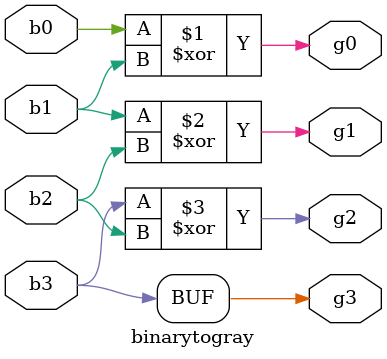
<source format=v>
`timescale 1ns / 1ps
module binarytogray(
    input b3,
    input b2,
    input b1,
    input b0,
    output g3,
    output g2,
    output g1,
    output g0
    );
  wire w1;
  xor(g0,b0,b1);
  xor(g1,b1,b2);
  xor(g2,b3,b2);
  not(w1,b3);
  not(g3,w1);
endmodule

</source>
